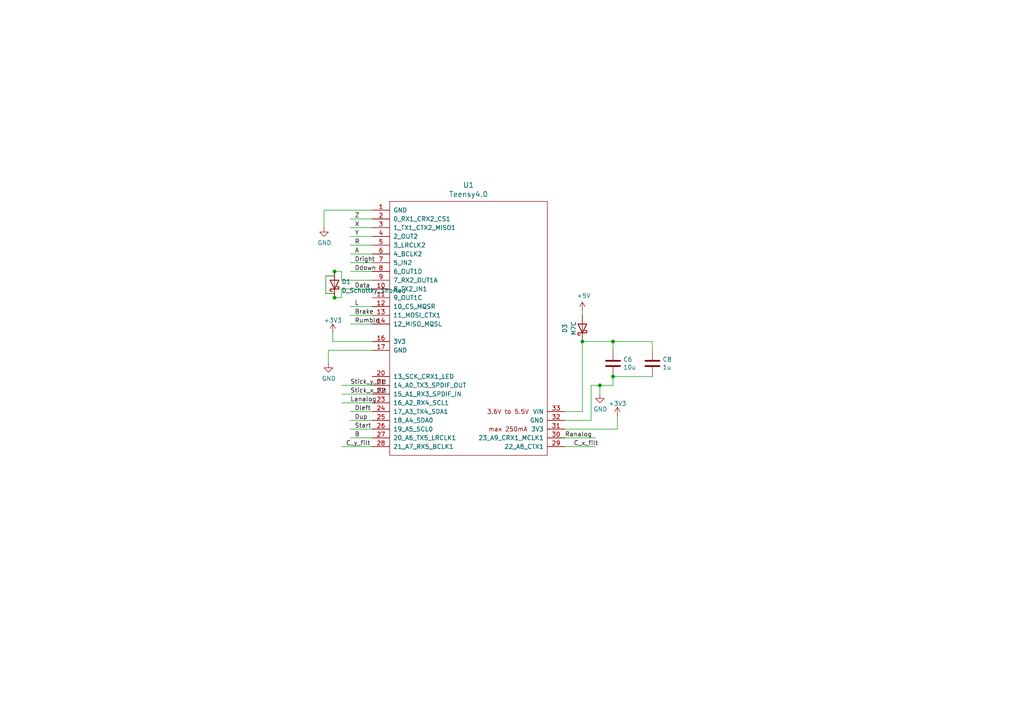
<source format=kicad_sch>
(kicad_sch (version 20211123) (generator eeschema)
  (paper "A4")
  (lib_symbols
    (symbol "Device:C" (pin_numbers hide) (pin_names (offset 0.254))
      (property "Reference" "C" (at 0.635 2.54 0))
      (property "Value" "C" (at 0.635 -2.54 0))
      (symbol "C_0_1"
        (polyline (pts (xy -2.032 -0.762) (xy 2.032 -0.762)) (stroke (width 0.508)))
        (polyline (pts (xy -2.032 0.762) (xy 2.032 0.762)) (stroke (width 0.508)))
      )
      (symbol "C_1_1"
        (pin passive line (at 0 3.81 270) (length 2.794) (name "~") (number "1"))
        (pin passive line (at 0 -3.81 90) (length 2.794) (name "~") (number "2"))
      )
    )
    (symbol "Device:D_Schottky" (pin_numbers hide) (pin_names (offset 1.016) hide)
      (property "Reference" "D" (at 0 2.54 0))
      (property "Value" "D_Schottky" (at 0 -2.54 0))
      (symbol "D_Schottky_0_1"
        (polyline (pts (xy 1.27 0) (xy -1.27 0)))
        (polyline (pts (xy 1.27 1.27) (xy 1.27 -1.27) (xy -1.27 0) (xy 1.27 1.27)) (stroke (width 0.254)))
        (polyline (pts (xy -1.905 0.635) (xy -1.905 1.27) (xy -1.27 1.27) (xy -1.27 -1.27) (xy -0.635 -1.27) (xy -0.635 -0.635)) (stroke (width 0.254)))
      )
      (symbol "D_Schottky_1_1"
        (pin passive line (at -3.81 0 0) (length 2.54) (name "K") (number "1"))
        (pin passive line (at 3.81 0 180) (length 2.54) (name "A") (number "2"))
      )
    )
    (symbol "GCC:+3.3V" (power) (pin_names (offset 0))
      (property "Value" "+3.3V" (at 0 3.556 0))
      (symbol "+3.3V_0_1"
        (polyline (pts (xy -0.762 1.27) (xy 0 2.54)))
        (polyline (pts (xy 0 0) (xy 0 2.54)))
        (polyline (pts (xy 0 2.54) (xy 0.762 1.27)))
      )
      (symbol "+3.3V_1_1"
        (pin power_in line (at 0 0 90) (length 0) hide (name "+3V3") (number "1"))
      )
    )
    (symbol "PhobGCC_Symbol_Library:D_Schottky_Shorted" (pin_numbers hide) (pin_names (offset 1.016) hide)
      (property "Reference" "D" (at 0 3.81 0))
      (property "Value" "D_Schottky_Shorted" (at 0 -2.54 0))
      (symbol "D_Schottky_Shorted_0_1"
        (polyline (pts (xy 1.27 0) (xy -1.27 0)))
        (polyline (pts (xy -2.54 0) (xy -2.54 2.54) (xy 2.54 2.54) (xy 2.54 0)))
        (polyline (pts (xy 1.27 1.27) (xy 1.27 -1.27) (xy -1.27 0) (xy 1.27 1.27)) (stroke (width 0.254)))
        (polyline (pts (xy -1.905 0.635) (xy -1.905 1.27) (xy -1.27 1.27) (xy -1.27 -1.27) (xy -0.635 -1.27) (xy -0.635 -0.635)) (stroke (width 0.254)))
      )
      (symbol "D_Schottky_Shorted_1_1"
        (pin passive line (at -3.81 0 0) (length 2.54) (name "K") (number "1"))
        (pin passive line (at 3.81 0 180) (length 2.54) (name "A") (number "2"))
      )
    )
    (symbol "power:+5V" (power) (pin_names (offset 0))
      (property "Value" "+5V" (at 0 3.556 0))
      (symbol "+5V_0_1"
        (polyline (pts (xy -0.762 1.27) (xy 0 2.54)))
        (polyline (pts (xy 0 0) (xy 0 2.54)))
        (polyline (pts (xy 0 2.54) (xy 0.762 1.27)))
      )
      (symbol "+5V_1_1"
        (pin power_in line (at 0 0 90) (length 0) hide (name "+5V") (number "1"))
      )
    )
    (symbol "power:GND" (power) (pin_names (offset 0))
      (property "Value" "GND" (at 0 -3.81 0))
      (symbol "GND_0_1"
        (polyline (pts (xy 0 0) (xy 0 -1.27) (xy 1.27 -1.27) (xy 0 -2.54) (xy -1.27 -1.27) (xy 0 -1.27)))
      )
      (symbol "GND_1_1"
        (pin power_in line (at 0 0 270) (length 0) hide (name "GND") (number "1"))
      )
    )
    (symbol "teensy:Teensy4.0" (pin_names (offset 1.016))
      (property "Reference" "U1" (at 0 41.5798 0))
      (property "Value" "Teensy4.0" (at 0 38.8874 0))
      (symbol "Teensy4.0_0_0"
        (text "3.6V to 5.5V" (at 11.43 -24.13 0) (effects (font (size 1.27 1.27))))
        (text "max 250mA" (at 11.43 -29.21 0) (effects (font (size 1.27 1.27))))
        (pin bidirectional line (at -27.94 11.43 0) (length 5.08) (name "8_TX2_IN1") (number "10"))
        (pin bidirectional line (at -27.94 8.89 0) (length 5.08) (name "9_OUT1C") (number "11"))
        (pin bidirectional line (at -27.94 6.35 0) (length 5.08) (name "10_CS_MQSR") (number "12"))
        (pin bidirectional line (at -27.94 3.81 0) (length 5.08) (name "11_MOSI_CTX1") (number "13"))
        (pin bidirectional line (at -27.94 1.27 0) (length 5.08) (name "12_MISO_MQSL") (number "14"))
        (pin power_in line (at -27.94 -3.81 0) (length 5.08) (name "3V3") (number "16"))
        (pin power_in line (at -27.94 -6.35 0) (length 5.08) (name "GND") (number "17"))
        (pin bidirectional line (at -27.94 -13.97 0) (length 5.08) (name "13_SCK_CRX1_LED") (number "20"))
        (pin bidirectional line (at -27.94 -16.51 0) (length 5.08) (name "14_A0_TX3_SPDIF_OUT") (number "21"))
        (pin bidirectional line (at -27.94 -19.05 0) (length 5.08) (name "15_A1_RX3_SPDIF_IN") (number "22"))
        (pin bidirectional line (at -27.94 -21.59 0) (length 5.08) (name "16_A2_RX4_SCL1") (number "23"))
        (pin bidirectional line (at -27.94 -24.13 0) (length 5.08) (name "17_A3_TX4_SDA1") (number "24"))
        (pin bidirectional line (at -27.94 -26.67 0) (length 5.08) (name "18_A4_SDA0") (number "25"))
        (pin bidirectional line (at -27.94 -29.21 0) (length 5.08) (name "19_A5_SCL0") (number "26"))
        (pin bidirectional line (at -27.94 -31.75 0) (length 5.08) (name "20_A6_TX5_LRCLK1") (number "27"))
        (pin bidirectional line (at -27.94 -34.29 0) (length 5.08) (name "21_A7_RX5_BCLK1") (number "28"))
        (pin bidirectional line (at 27.94 -34.29 180) (length 5.08) (name "22_A8_CTX1") (number "29"))
        (pin bidirectional line (at 27.94 -31.75 180) (length 5.08) (name "23_A9_CRX1_MCLK1") (number "30"))
        (pin power_out line (at 27.94 -29.21 180) (length 5.08) (name "3V3") (number "31"))
        (pin power_in line (at 27.94 -26.67 180) (length 5.08) (name "GND") (number "32"))
        (pin power_in line (at 27.94 -24.13 180) (length 5.08) (name "VIN") (number "33"))
        (pin bidirectional line (at -27.94 24.13 0) (length 5.08) (name "3_LRCLK2") (number "5"))
        (pin bidirectional line (at -27.94 21.59 0) (length 5.08) (name "4_BCLK2") (number "6"))
        (pin bidirectional line (at -27.94 19.05 0) (length 5.08) (name "5_IN2") (number "7"))
        (pin bidirectional line (at -27.94 16.51 0) (length 5.08) (name "6_OUT1D") (number "8"))
        (pin bidirectional line (at -27.94 13.97 0) (length 5.08) (name "7_RX2_OUT1A") (number "9"))
      )
      (symbol "Teensy4.0_0_1"
        (rectangle (start -22.86 36.83) (end 22.86 -36.83))
        (rectangle (start -20.32 -31.75) (end -20.32 -31.75))
      )
      (symbol "Teensy4.0_1_1"
        (pin power_in line (at -27.94 34.29 0) (length 5.08) (name "GND") (number "1"))
        (pin bidirectional line (at -27.94 31.75 0) (length 5.08) (name "0_RX1_CRX2_CS1") (number "2"))
        (pin bidirectional line (at -27.94 29.21 0) (length 5.08) (name "1_TX1_CTX2_MISO1") (number "3"))
        (pin bidirectional line (at -27.94 26.67 0) (length 5.08) (name "2_OUT2") (number "4"))
      )
    )
  )
  (junction (at 173.99 111.76))
  (junction (at 177.8 99.06))
  (junction (at 168.91 99.06))
  (junction (at 97.028 86.36))
  (junction (at 177.8 109.22))
  (junction (at 97.028 78.74))
  (wire (pts (xy 94.488 80.01) (xy 94.488 85.09)))
  (wire (pts (xy 179.07 120.65) (xy 179.07 124.46)))
  (wire (pts (xy 163.83 119.38) (xy 168.91 119.38)))
  (wire (pts (xy 107.95 119.38) (xy 101.6 119.38)))
  (wire (pts (xy 94.488 85.09) (xy 97.028 85.09)))
  (wire (pts (xy 107.95 88.9) (xy 101.6 88.9)))
  (wire (pts (xy 107.95 129.54) (xy 99.06 129.54)))
  (wire (pts (xy 96.52 99.06) (xy 96.52 96.52)))
  (wire (pts (xy 99.06 86.36) (xy 97.028 86.36)))
  (wire (pts (xy 107.95 60.96) (xy 93.98 60.96)))
  (wire (pts (xy 168.91 99.06) (xy 168.91 119.38)))
  (wire (pts (xy 172.72 129.54) (xy 163.83 129.54)))
  (wire (pts (xy 99.06 78.74) (xy 99.06 81.28)))
  (wire (pts (xy 99.06 114.3) (xy 107.95 114.3)))
  (wire (pts (xy 99.06 81.28) (xy 107.95 81.28)))
  (wire (pts (xy 107.95 99.06) (xy 96.52 99.06)))
  (wire (pts (xy 101.6 93.98) (xy 107.95 93.98)))
  (wire (pts (xy 97.028 78.74) (xy 97.028 80.01)))
  (wire (pts (xy 99.06 111.76) (xy 107.95 111.76)))
  (wire (pts (xy 172.72 127) (xy 163.83 127)))
  (wire (pts (xy 97.028 78.74) (xy 99.06 78.74)))
  (wire (pts (xy 101.6 91.44) (xy 107.95 91.44)))
  (wire (pts (xy 99.06 83.82) (xy 107.95 83.82)))
  (wire (pts (xy 163.83 121.92) (xy 171.45 121.92)))
  (wire (pts (xy 107.95 121.92) (xy 101.6 121.92)))
  (wire (pts (xy 97.028 85.09) (xy 97.028 86.36)))
  (wire (pts (xy 95.25 101.6) (xy 95.25 105.41)))
  (wire (pts (xy 179.07 124.46) (xy 163.83 124.46)))
  (wire (pts (xy 189.23 101.6) (xy 189.23 99.06)))
  (wire (pts (xy 97.028 80.01) (xy 94.488 80.01)))
  (wire (pts (xy 107.95 71.12) (xy 101.6 71.12)))
  (wire (pts (xy 177.8 109.22) (xy 177.8 111.76)))
  (wire (pts (xy 107.95 78.74) (xy 101.6 78.74)))
  (wire (pts (xy 173.99 111.76) (xy 173.99 114.3)))
  (wire (pts (xy 93.98 60.96) (xy 93.98 66.04)))
  (wire (pts (xy 168.91 99.06) (xy 177.8 99.06)))
  (wire (pts (xy 107.95 76.2) (xy 101.6 76.2)))
  (wire (pts (xy 177.8 111.76) (xy 173.99 111.76)))
  (wire (pts (xy 107.95 127) (xy 101.6 127)))
  (wire (pts (xy 177.8 99.06) (xy 189.23 99.06)))
  (wire (pts (xy 177.8 109.22) (xy 189.23 109.22)))
  (wire (pts (xy 171.45 121.92) (xy 171.45 111.76)))
  (wire (pts (xy 168.91 90.17) (xy 168.91 91.44)))
  (wire (pts (xy 107.95 73.66) (xy 101.6 73.66)))
  (wire (pts (xy 99.06 116.84) (xy 107.95 116.84)))
  (wire (pts (xy 107.95 101.6) (xy 95.25 101.6)))
  (wire (pts (xy 107.95 124.46) (xy 101.6 124.46)))
  (wire (pts (xy 107.95 68.58) (xy 101.6 68.58)))
  (wire (pts (xy 177.8 99.06) (xy 177.8 101.6)))
  (wire (pts (xy 107.95 66.04) (xy 101.6 66.04)))
  (wire (pts (xy 99.06 83.82) (xy 99.06 86.36)))
  (wire (pts (xy 107.95 63.5) (xy 101.6 63.5)))
  (wire (pts (xy 171.45 111.76) (xy 173.99 111.76)))
  (label "Brake" (at 102.87 91.44 0))
  (label "Dup" (at 102.87 121.92 0))
  (label "Dright" (at 102.87 76.2 0))
  (label "X" (at 102.87 66.04 0))
  (label "Dleft" (at 102.87 119.38 0))
  (label "Data" (at 102.87 83.82 0))
  (label "C_x_filt" (at 166.37 129.54 0))
  (label "Lanalog" (at 101.6 116.84 0))
  (label "B" (at 102.87 127 0))
  (label "Rumble" (at 102.87 93.98 0))
  (label "C_y_filt" (at 100.33 129.54 0))
  (label "L" (at 102.87 88.9 0))
  (label "R" (at 102.87 71.12 0))
  (label "Start" (at 102.87 124.46 0))
  (label "Y" (at 102.87 68.58 0))
  (label "Ddown" (at 102.87 78.74 0))
  (label "Ranalog" (at 163.83 127 0))
  (label "Stick_y_filt" (at 101.6 111.76 0))
  (label "Z" (at 102.87 63.5 0))
  (label "A" (at 102.87 73.66 0))
  (label "Stick_x_filt" (at 101.6 114.3 0))
  (symbol (lib_id "power:GND") (at 95.25 105.41 0) (unit 1)
    (property "Reference" "#PWR?" (effects hide))
    (property "Value" "GND" (at 95.377 109.8042 0))
  )
  (symbol (lib_id "GCC:+3.3V") (at 96.52 96.52 0) (unit 1)
    (property "Reference" "#PWR?" (effects hide))
    (property "Value" "+3.3V" (at 96.52 92.9155 0))
  )
  (symbol (lib_id "Device:C") (at 189.23 105.41 0) (unit 1)
    (property "Reference" "C8" (at 192.151 104.2416 0) (effects (justify left)))
    (property "Value" "1u" (at 192.151 106.553 0) (effects (justify left)))
    (property "Footprint" "PhobGCC_Footprints:C_0603_1608Metric_Pad1.08x0.95mm_HandSolder" (effects hide))
    (property "LCSC" "C15849" (effects hide))
  )
  (symbol (lib_id "power:+5V") (at 168.91 90.17 0) (unit 1)
    (property "Reference" "#PWR?" (effects hide))
    (property "Value" "+5V" (at 169.291 85.7758 0))
  )
  (symbol (lib_id "teensy:Teensy4.0") (at 135.89 95.25 0) (unit 1)
    (property "Reference" "U1" (at 135.89 53.6702 0) (effects (font (size 1.524 1.524))))
    (property "Value" "Teensy4.0" (at 135.89 56.3626 0) (effects (font (size 1.524 1.524))))
    (property "Footprint" "PhobGCC_Footprints:Teensy40_Edge_Pins" (effects hide))
  )
  (symbol (lib_id "GCC:+3.3V") (at 179.07 120.65 0) (unit 1)
    (property "Reference" "#PWR?" (effects hide))
    (property "Value" "+3.3V" (at 179.07 117.0455 0))
  )
  (symbol (lib_id "power:GND") (at 93.98 66.04 0) (unit 1)
    (property "Reference" "#PWR?" (effects hide))
    (property "Value" "GND" (at 94.107 70.4342 0))
  )
  (symbol (lib_id "power:GND") (at 173.99 114.3 0) (unit 1)
    (property "Reference" "#PWR?" (effects hide))
    (property "Value" "GND" (at 174.117 118.6942 0))
  )
  (symbol (lib_id "Device:D_Schottky") (at 168.91 95.25 90) (unit 1)
    (property "Reference" "D3" (at 163.83 95.25 0))
    (property "Value" "M7C" (at 166.37 95.25 0))
    (property "Footprint" "PhobGCC_Footprints:D_SOD-123" (effects hide))
    (property "LCSC" "C8598" (effects hide))
  )
  (symbol (lib_id "Device:C") (at 177.8 105.41 0) (unit 1)
    (property "Reference" "C6" (at 180.721 104.2416 0) (effects (justify left)))
    (property "Value" "10u" (at 180.721 106.553 0) (effects (justify left)))
    (property "Footprint" "PhobGCC_Footprints:C_0603_HandSoldering" (effects hide))
    (property "LCSC" "C19702" (effects hide))
  )
  (symbol (lib_id "PhobGCC_Symbol_Library:D_Schottky_Shorted") (at 97.028 82.55 90) (unit 1)
    (property "Reference" "D1" (at 99.06 81.7153 90) (effects (justify right)))
    (property "Value" "D_Schottky_Shorted" (at 99.06 84.2522 90) (effects (justify right)))
    (property "Footprint" "PhobGCC_Footprints:D_SOD-523_Shorted" (effects hide))
  )
)
</source>
